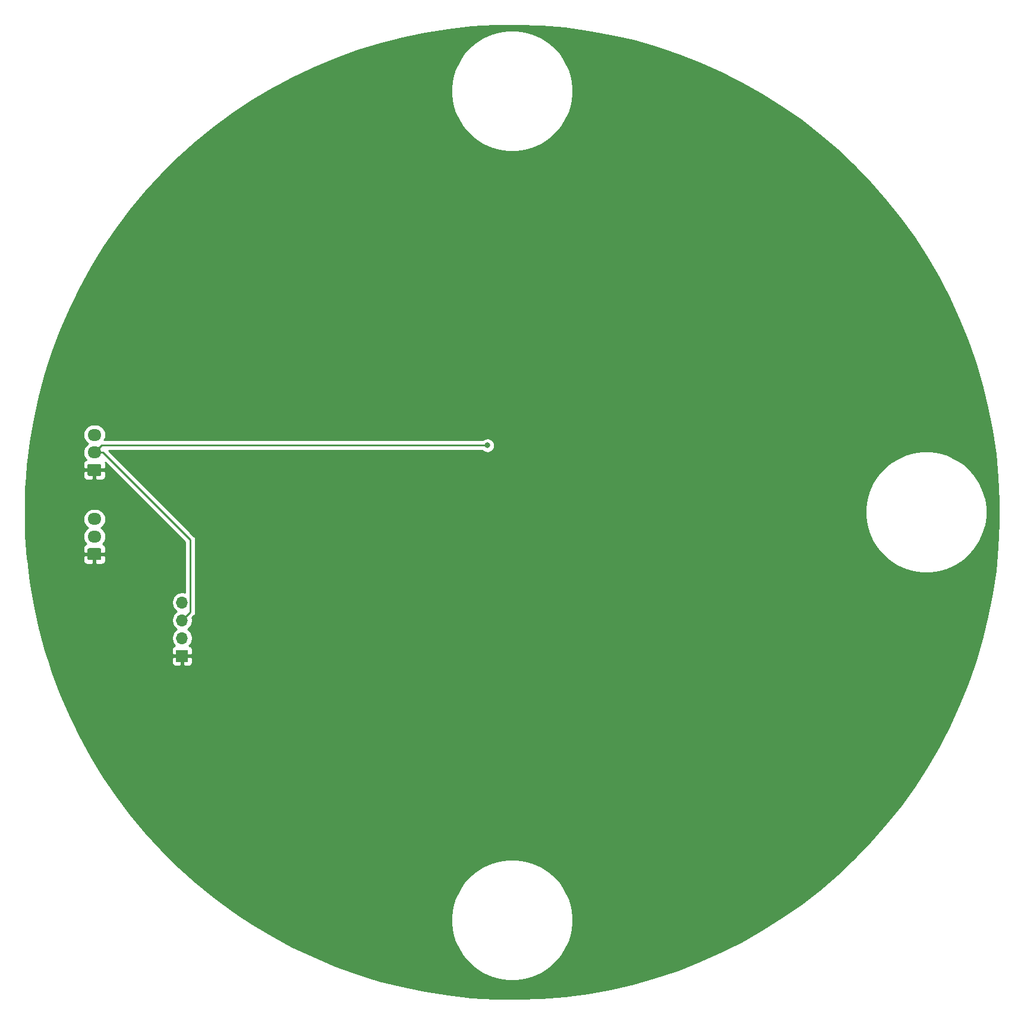
<source format=gbl>
G04 #@! TF.GenerationSoftware,KiCad,Pcbnew,5.1.5+dfsg1-2build2*
G04 #@! TF.CreationDate,2021-10-24T20:04:42+02:00*
G04 #@! TF.ProjectId,amepl_led,616d6570-6c5f-46c6-9564-2e6b69636164,rev?*
G04 #@! TF.SameCoordinates,Original*
G04 #@! TF.FileFunction,Copper,L2,Bot*
G04 #@! TF.FilePolarity,Positive*
%FSLAX46Y46*%
G04 Gerber Fmt 4.6, Leading zero omitted, Abs format (unit mm)*
G04 Created by KiCad (PCBNEW 5.1.5+dfsg1-2build2) date 2021-10-24 20:04:42*
%MOMM*%
%LPD*%
G04 APERTURE LIST*
%ADD10O,1.700000X1.700000*%
%ADD11R,1.700000X1.700000*%
%ADD12O,1.950000X1.700000*%
%ADD13C,0.100000*%
%ADD14C,0.600000*%
%ADD15C,0.800000*%
%ADD16C,0.250000*%
%ADD17C,0.254000*%
G04 APERTURE END LIST*
D10*
X103000000Y-162880000D03*
X103000000Y-165420000D03*
X103000000Y-167960000D03*
D11*
X103000000Y-170500000D03*
D12*
X90500000Y-151000000D03*
X90500000Y-153500000D03*
G04 #@! TA.AperFunction,ComponentPad*
D13*
G36*
X91249504Y-155151204D02*
G01*
X91273773Y-155154804D01*
X91297571Y-155160765D01*
X91320671Y-155169030D01*
X91342849Y-155179520D01*
X91363893Y-155192133D01*
X91383598Y-155206747D01*
X91401777Y-155223223D01*
X91418253Y-155241402D01*
X91432867Y-155261107D01*
X91445480Y-155282151D01*
X91455970Y-155304329D01*
X91464235Y-155327429D01*
X91470196Y-155351227D01*
X91473796Y-155375496D01*
X91475000Y-155400000D01*
X91475000Y-156600000D01*
X91473796Y-156624504D01*
X91470196Y-156648773D01*
X91464235Y-156672571D01*
X91455970Y-156695671D01*
X91445480Y-156717849D01*
X91432867Y-156738893D01*
X91418253Y-156758598D01*
X91401777Y-156776777D01*
X91383598Y-156793253D01*
X91363893Y-156807867D01*
X91342849Y-156820480D01*
X91320671Y-156830970D01*
X91297571Y-156839235D01*
X91273773Y-156845196D01*
X91249504Y-156848796D01*
X91225000Y-156850000D01*
X89775000Y-156850000D01*
X89750496Y-156848796D01*
X89726227Y-156845196D01*
X89702429Y-156839235D01*
X89679329Y-156830970D01*
X89657151Y-156820480D01*
X89636107Y-156807867D01*
X89616402Y-156793253D01*
X89598223Y-156776777D01*
X89581747Y-156758598D01*
X89567133Y-156738893D01*
X89554520Y-156717849D01*
X89544030Y-156695671D01*
X89535765Y-156672571D01*
X89529804Y-156648773D01*
X89526204Y-156624504D01*
X89525000Y-156600000D01*
X89525000Y-155400000D01*
X89526204Y-155375496D01*
X89529804Y-155351227D01*
X89535765Y-155327429D01*
X89544030Y-155304329D01*
X89554520Y-155282151D01*
X89567133Y-155261107D01*
X89581747Y-155241402D01*
X89598223Y-155223223D01*
X89616402Y-155206747D01*
X89636107Y-155192133D01*
X89657151Y-155179520D01*
X89679329Y-155169030D01*
X89702429Y-155160765D01*
X89726227Y-155154804D01*
X89750496Y-155151204D01*
X89775000Y-155150000D01*
X91225000Y-155150000D01*
X91249504Y-155151204D01*
G37*
G04 #@! TD.AperFunction*
G04 #@! TA.AperFunction,ComponentPad*
G36*
X91249504Y-143151204D02*
G01*
X91273773Y-143154804D01*
X91297571Y-143160765D01*
X91320671Y-143169030D01*
X91342849Y-143179520D01*
X91363893Y-143192133D01*
X91383598Y-143206747D01*
X91401777Y-143223223D01*
X91418253Y-143241402D01*
X91432867Y-143261107D01*
X91445480Y-143282151D01*
X91455970Y-143304329D01*
X91464235Y-143327429D01*
X91470196Y-143351227D01*
X91473796Y-143375496D01*
X91475000Y-143400000D01*
X91475000Y-144600000D01*
X91473796Y-144624504D01*
X91470196Y-144648773D01*
X91464235Y-144672571D01*
X91455970Y-144695671D01*
X91445480Y-144717849D01*
X91432867Y-144738893D01*
X91418253Y-144758598D01*
X91401777Y-144776777D01*
X91383598Y-144793253D01*
X91363893Y-144807867D01*
X91342849Y-144820480D01*
X91320671Y-144830970D01*
X91297571Y-144839235D01*
X91273773Y-144845196D01*
X91249504Y-144848796D01*
X91225000Y-144850000D01*
X89775000Y-144850000D01*
X89750496Y-144848796D01*
X89726227Y-144845196D01*
X89702429Y-144839235D01*
X89679329Y-144830970D01*
X89657151Y-144820480D01*
X89636107Y-144807867D01*
X89616402Y-144793253D01*
X89598223Y-144776777D01*
X89581747Y-144758598D01*
X89567133Y-144738893D01*
X89554520Y-144717849D01*
X89544030Y-144695671D01*
X89535765Y-144672571D01*
X89529804Y-144648773D01*
X89526204Y-144624504D01*
X89525000Y-144600000D01*
X89525000Y-143400000D01*
X89526204Y-143375496D01*
X89529804Y-143351227D01*
X89535765Y-143327429D01*
X89544030Y-143304329D01*
X89554520Y-143282151D01*
X89567133Y-143261107D01*
X89581747Y-143241402D01*
X89598223Y-143223223D01*
X89616402Y-143206747D01*
X89636107Y-143192133D01*
X89657151Y-143179520D01*
X89679329Y-143169030D01*
X89702429Y-143160765D01*
X89726227Y-143154804D01*
X89750496Y-143151204D01*
X89775000Y-143150000D01*
X91225000Y-143150000D01*
X91249504Y-143151204D01*
G37*
G04 #@! TD.AperFunction*
D12*
X90500000Y-141500000D03*
X90500000Y-139000000D03*
D14*
X142500000Y-141500000D03*
X152500000Y-141500000D03*
X152550000Y-152050000D03*
X142550000Y-152050000D03*
X132550000Y-152050000D03*
X122550000Y-152050000D03*
X101100000Y-148400000D03*
X112550000Y-142050000D03*
X112550000Y-132050000D03*
X112550000Y-122050000D03*
X122550000Y-112050000D03*
X122550000Y-122050000D03*
X132550000Y-112050000D03*
X142550000Y-112050000D03*
X152550000Y-112050000D03*
X162550000Y-112050000D03*
X172500000Y-112000000D03*
X172550000Y-122050000D03*
X162550000Y-122050000D03*
X152550000Y-122050000D03*
X142550000Y-122050000D03*
X131100000Y-123400000D03*
X122550000Y-132050000D03*
X132550000Y-132050000D03*
X141100000Y-133400000D03*
X152550000Y-132050000D03*
X162550000Y-132050000D03*
X171100000Y-133400000D03*
X182550000Y-132050000D03*
X181100000Y-123400000D03*
X192550000Y-146550000D03*
X182550000Y-142050000D03*
X162550000Y-142050000D03*
X162550000Y-152050000D03*
X172550000Y-152050000D03*
X182550000Y-152050000D03*
X182550000Y-162050000D03*
X172550000Y-162050000D03*
X162550000Y-162050000D03*
X152550000Y-162050000D03*
X142550000Y-162050000D03*
X132550000Y-162050000D03*
X122550000Y-162050000D03*
X112550000Y-162050000D03*
X112600000Y-172000000D03*
X122550000Y-172050000D03*
X132550000Y-172050000D03*
X142550000Y-172050000D03*
X122550000Y-182050000D03*
X132550000Y-182050000D03*
X142500000Y-182000000D03*
X152500000Y-182000000D03*
X162550000Y-182050000D03*
X172550000Y-182050000D03*
X147550000Y-192050000D03*
X182550000Y-172050000D03*
X172550000Y-171550000D03*
X162550000Y-172050000D03*
X152500000Y-172000000D03*
X132550000Y-141550000D03*
X122550000Y-141550000D03*
D15*
X172550000Y-142050000D03*
D14*
X112550000Y-152050000D03*
X147550000Y-102050000D03*
D15*
X146500000Y-140500000D03*
D16*
X91500000Y-140500000D02*
X90500000Y-141500000D01*
X146500000Y-140500000D02*
X91500000Y-140500000D01*
X91725000Y-141500000D02*
X90500000Y-141500000D01*
X104175001Y-153950001D02*
X91725000Y-141500000D01*
X104175001Y-164244999D02*
X104175001Y-153950001D01*
X103000000Y-165420000D02*
X104175001Y-164244999D01*
D17*
G36*
X154154724Y-80784584D02*
G01*
X157468470Y-81063380D01*
X160765037Y-81500733D01*
X164036845Y-82095637D01*
X167276368Y-82846722D01*
X170476154Y-83752263D01*
X173628845Y-84810175D01*
X176727188Y-86018026D01*
X179764058Y-87373037D01*
X182732470Y-88872093D01*
X185625596Y-90511745D01*
X188436782Y-92288221D01*
X191159562Y-94197437D01*
X193787674Y-96235000D01*
X196315073Y-98396225D01*
X198735945Y-100676139D01*
X201044724Y-103069501D01*
X203236098Y-105570803D01*
X205305027Y-108174295D01*
X207246753Y-110873987D01*
X209056809Y-113663670D01*
X210731033Y-116536928D01*
X212265574Y-119487152D01*
X213656902Y-122507556D01*
X214901817Y-125591194D01*
X215997455Y-128730973D01*
X216941298Y-131919671D01*
X217731173Y-135149955D01*
X218365264Y-138414394D01*
X218842113Y-141705481D01*
X219160623Y-145015645D01*
X219320062Y-148337274D01*
X219320062Y-151662726D01*
X219160623Y-154984355D01*
X218842113Y-158294519D01*
X218365264Y-161585606D01*
X217731173Y-164850045D01*
X216941298Y-168080329D01*
X215997455Y-171269027D01*
X214901817Y-174408806D01*
X213656902Y-177492444D01*
X212265574Y-180512848D01*
X210731033Y-183463072D01*
X209056809Y-186336330D01*
X207246753Y-189126013D01*
X205305027Y-191825705D01*
X203236098Y-194429197D01*
X201044724Y-196930499D01*
X198735945Y-199323861D01*
X196315073Y-201603775D01*
X193787674Y-203765000D01*
X191159562Y-205802563D01*
X188436782Y-207711779D01*
X185625596Y-209488255D01*
X182732470Y-211127907D01*
X179764058Y-212626963D01*
X176727188Y-213981974D01*
X173628845Y-215189825D01*
X170476154Y-216247737D01*
X167276368Y-217153278D01*
X164036845Y-217904363D01*
X160765037Y-218499267D01*
X157468470Y-218936620D01*
X154154724Y-219215416D01*
X150831423Y-219335015D01*
X147506209Y-219295141D01*
X144186731Y-219095886D01*
X140880624Y-218737709D01*
X137595492Y-218221432D01*
X134338890Y-217548244D01*
X131118310Y-216719693D01*
X127941158Y-215737684D01*
X124814742Y-214604476D01*
X121746253Y-213322677D01*
X118742748Y-211895233D01*
X115811136Y-210325428D01*
X112958160Y-208616872D01*
X111266376Y-207490122D01*
X141342116Y-207490122D01*
X141342116Y-208728570D01*
X141518365Y-209954413D01*
X141867276Y-211142695D01*
X142381746Y-212269227D01*
X143051302Y-213311076D01*
X143862313Y-214247033D01*
X144798270Y-215058044D01*
X145840119Y-215727600D01*
X146966651Y-216242070D01*
X148154933Y-216590981D01*
X149380776Y-216767230D01*
X150619224Y-216767230D01*
X151845067Y-216590981D01*
X153033349Y-216242070D01*
X154159881Y-215727600D01*
X155201730Y-215058044D01*
X156137687Y-214247033D01*
X156948698Y-213311076D01*
X157618254Y-212269227D01*
X158132724Y-211142695D01*
X158481635Y-209954413D01*
X158657884Y-208728570D01*
X158657884Y-207490122D01*
X158481635Y-206264279D01*
X158132724Y-205075997D01*
X157618254Y-203949465D01*
X156948698Y-202907616D01*
X156137687Y-201971659D01*
X155201730Y-201160648D01*
X154159881Y-200491092D01*
X153033349Y-199976622D01*
X151845067Y-199627711D01*
X150619224Y-199451462D01*
X149380776Y-199451462D01*
X148154933Y-199627711D01*
X146966651Y-199976622D01*
X145840119Y-200491092D01*
X144798270Y-201160648D01*
X143862313Y-201971659D01*
X143051302Y-202907616D01*
X142381746Y-203949465D01*
X141867276Y-205075997D01*
X141518365Y-206264279D01*
X141342116Y-207490122D01*
X111266376Y-207490122D01*
X110190381Y-206773496D01*
X107514165Y-204799539D01*
X104935669Y-202699541D01*
X102460821Y-200478333D01*
X100095316Y-198141023D01*
X97844592Y-195692987D01*
X95713828Y-193139855D01*
X93707924Y-190487501D01*
X91831493Y-187742024D01*
X90088852Y-184909739D01*
X88484008Y-181997161D01*
X87020653Y-179010988D01*
X85702152Y-175958089D01*
X84531539Y-172845486D01*
X84049589Y-171350000D01*
X101511928Y-171350000D01*
X101524188Y-171474482D01*
X101560498Y-171594180D01*
X101619463Y-171704494D01*
X101698815Y-171801185D01*
X101795506Y-171880537D01*
X101905820Y-171939502D01*
X102025518Y-171975812D01*
X102150000Y-171988072D01*
X102714250Y-171985000D01*
X102873000Y-171826250D01*
X102873000Y-170627000D01*
X103127000Y-170627000D01*
X103127000Y-171826250D01*
X103285750Y-171985000D01*
X103850000Y-171988072D01*
X103974482Y-171975812D01*
X104094180Y-171939502D01*
X104204494Y-171880537D01*
X104301185Y-171801185D01*
X104380537Y-171704494D01*
X104439502Y-171594180D01*
X104475812Y-171474482D01*
X104488072Y-171350000D01*
X104485000Y-170785750D01*
X104326250Y-170627000D01*
X103127000Y-170627000D01*
X102873000Y-170627000D01*
X101673750Y-170627000D01*
X101515000Y-170785750D01*
X101511928Y-171350000D01*
X84049589Y-171350000D01*
X83511505Y-169680337D01*
X82644397Y-166469923D01*
X81932209Y-163221627D01*
X81376579Y-159942921D01*
X81003925Y-156850000D01*
X88886928Y-156850000D01*
X88899188Y-156974482D01*
X88935498Y-157094180D01*
X88994463Y-157204494D01*
X89073815Y-157301185D01*
X89170506Y-157380537D01*
X89280820Y-157439502D01*
X89400518Y-157475812D01*
X89525000Y-157488072D01*
X90214250Y-157485000D01*
X90373000Y-157326250D01*
X90373000Y-156127000D01*
X90627000Y-156127000D01*
X90627000Y-157326250D01*
X90785750Y-157485000D01*
X91475000Y-157488072D01*
X91599482Y-157475812D01*
X91719180Y-157439502D01*
X91829494Y-157380537D01*
X91926185Y-157301185D01*
X92005537Y-157204494D01*
X92064502Y-157094180D01*
X92100812Y-156974482D01*
X92113072Y-156850000D01*
X92110000Y-156285750D01*
X91951250Y-156127000D01*
X90627000Y-156127000D01*
X90373000Y-156127000D01*
X89048750Y-156127000D01*
X88890000Y-156285750D01*
X88886928Y-156850000D01*
X81003925Y-156850000D01*
X80978785Y-156641347D01*
X80739742Y-153324497D01*
X80683987Y-151000000D01*
X88882815Y-151000000D01*
X88911487Y-151291111D01*
X88996401Y-151571034D01*
X89134294Y-151829014D01*
X89319866Y-152055134D01*
X89545986Y-152240706D01*
X89563374Y-152250000D01*
X89545986Y-152259294D01*
X89319866Y-152444866D01*
X89134294Y-152670986D01*
X88996401Y-152928966D01*
X88911487Y-153208889D01*
X88882815Y-153500000D01*
X88911487Y-153791111D01*
X88996401Y-154071034D01*
X89134294Y-154329014D01*
X89315608Y-154549945D01*
X89280820Y-154560498D01*
X89170506Y-154619463D01*
X89073815Y-154698815D01*
X88994463Y-154795506D01*
X88935498Y-154905820D01*
X88899188Y-155025518D01*
X88886928Y-155150000D01*
X88890000Y-155714250D01*
X89048750Y-155873000D01*
X90373000Y-155873000D01*
X90373000Y-155853000D01*
X90627000Y-155853000D01*
X90627000Y-155873000D01*
X91951250Y-155873000D01*
X92110000Y-155714250D01*
X92113072Y-155150000D01*
X92100812Y-155025518D01*
X92064502Y-154905820D01*
X92005537Y-154795506D01*
X91926185Y-154698815D01*
X91829494Y-154619463D01*
X91719180Y-154560498D01*
X91684392Y-154549945D01*
X91865706Y-154329014D01*
X92003599Y-154071034D01*
X92088513Y-153791111D01*
X92117185Y-153500000D01*
X92088513Y-153208889D01*
X92003599Y-152928966D01*
X91865706Y-152670986D01*
X91680134Y-152444866D01*
X91454014Y-152259294D01*
X91436626Y-152250000D01*
X91454014Y-152240706D01*
X91680134Y-152055134D01*
X91865706Y-151829014D01*
X92003599Y-151571034D01*
X92088513Y-151291111D01*
X92117185Y-151000000D01*
X92088513Y-150708889D01*
X92003599Y-150428966D01*
X91865706Y-150170986D01*
X91680134Y-149944866D01*
X91454014Y-149759294D01*
X91196034Y-149621401D01*
X90916111Y-149536487D01*
X90697950Y-149515000D01*
X90302050Y-149515000D01*
X90083889Y-149536487D01*
X89803966Y-149621401D01*
X89545986Y-149759294D01*
X89319866Y-149944866D01*
X89134294Y-150170986D01*
X88996401Y-150428966D01*
X88911487Y-150708889D01*
X88882815Y-151000000D01*
X80683987Y-151000000D01*
X80660000Y-150000000D01*
X80739742Y-146675503D01*
X80871304Y-144850000D01*
X88886928Y-144850000D01*
X88899188Y-144974482D01*
X88935498Y-145094180D01*
X88994463Y-145204494D01*
X89073815Y-145301185D01*
X89170506Y-145380537D01*
X89280820Y-145439502D01*
X89400518Y-145475812D01*
X89525000Y-145488072D01*
X90214250Y-145485000D01*
X90373000Y-145326250D01*
X90373000Y-144127000D01*
X90627000Y-144127000D01*
X90627000Y-145326250D01*
X90785750Y-145485000D01*
X91475000Y-145488072D01*
X91599482Y-145475812D01*
X91719180Y-145439502D01*
X91829494Y-145380537D01*
X91926185Y-145301185D01*
X92005537Y-145204494D01*
X92064502Y-145094180D01*
X92100812Y-144974482D01*
X92113072Y-144850000D01*
X92110000Y-144285750D01*
X91951250Y-144127000D01*
X90627000Y-144127000D01*
X90373000Y-144127000D01*
X89048750Y-144127000D01*
X88890000Y-144285750D01*
X88886928Y-144850000D01*
X80871304Y-144850000D01*
X80978785Y-143358653D01*
X81376579Y-140057079D01*
X81555718Y-139000000D01*
X88882815Y-139000000D01*
X88911487Y-139291111D01*
X88996401Y-139571034D01*
X89134294Y-139829014D01*
X89319866Y-140055134D01*
X89545986Y-140240706D01*
X89563374Y-140250000D01*
X89545986Y-140259294D01*
X89319866Y-140444866D01*
X89134294Y-140670986D01*
X88996401Y-140928966D01*
X88911487Y-141208889D01*
X88882815Y-141500000D01*
X88911487Y-141791111D01*
X88996401Y-142071034D01*
X89134294Y-142329014D01*
X89315608Y-142549945D01*
X89280820Y-142560498D01*
X89170506Y-142619463D01*
X89073815Y-142698815D01*
X88994463Y-142795506D01*
X88935498Y-142905820D01*
X88899188Y-143025518D01*
X88886928Y-143150000D01*
X88890000Y-143714250D01*
X89048750Y-143873000D01*
X90373000Y-143873000D01*
X90373000Y-143853000D01*
X90627000Y-143853000D01*
X90627000Y-143873000D01*
X91951250Y-143873000D01*
X92110000Y-143714250D01*
X92113072Y-143150000D01*
X92100812Y-143025518D01*
X92068196Y-142917997D01*
X103415002Y-154264804D01*
X103415001Y-161448456D01*
X103146260Y-161395000D01*
X102853740Y-161395000D01*
X102566842Y-161452068D01*
X102296589Y-161564010D01*
X102053368Y-161726525D01*
X101846525Y-161933368D01*
X101684010Y-162176589D01*
X101572068Y-162446842D01*
X101515000Y-162733740D01*
X101515000Y-163026260D01*
X101572068Y-163313158D01*
X101684010Y-163583411D01*
X101846525Y-163826632D01*
X102053368Y-164033475D01*
X102227760Y-164150000D01*
X102053368Y-164266525D01*
X101846525Y-164473368D01*
X101684010Y-164716589D01*
X101572068Y-164986842D01*
X101515000Y-165273740D01*
X101515000Y-165566260D01*
X101572068Y-165853158D01*
X101684010Y-166123411D01*
X101846525Y-166366632D01*
X102053368Y-166573475D01*
X102227760Y-166690000D01*
X102053368Y-166806525D01*
X101846525Y-167013368D01*
X101684010Y-167256589D01*
X101572068Y-167526842D01*
X101515000Y-167813740D01*
X101515000Y-168106260D01*
X101572068Y-168393158D01*
X101684010Y-168663411D01*
X101846525Y-168906632D01*
X101978380Y-169038487D01*
X101905820Y-169060498D01*
X101795506Y-169119463D01*
X101698815Y-169198815D01*
X101619463Y-169295506D01*
X101560498Y-169405820D01*
X101524188Y-169525518D01*
X101511928Y-169650000D01*
X101515000Y-170214250D01*
X101673750Y-170373000D01*
X102873000Y-170373000D01*
X102873000Y-170353000D01*
X103127000Y-170353000D01*
X103127000Y-170373000D01*
X104326250Y-170373000D01*
X104485000Y-170214250D01*
X104488072Y-169650000D01*
X104475812Y-169525518D01*
X104439502Y-169405820D01*
X104380537Y-169295506D01*
X104301185Y-169198815D01*
X104204494Y-169119463D01*
X104094180Y-169060498D01*
X104021620Y-169038487D01*
X104153475Y-168906632D01*
X104315990Y-168663411D01*
X104427932Y-168393158D01*
X104485000Y-168106260D01*
X104485000Y-167813740D01*
X104427932Y-167526842D01*
X104315990Y-167256589D01*
X104153475Y-167013368D01*
X103946632Y-166806525D01*
X103772240Y-166690000D01*
X103946632Y-166573475D01*
X104153475Y-166366632D01*
X104315990Y-166123411D01*
X104427932Y-165853158D01*
X104485000Y-165566260D01*
X104485000Y-165273740D01*
X104441210Y-165053592D01*
X104686005Y-164808797D01*
X104715002Y-164785000D01*
X104809975Y-164669275D01*
X104880547Y-164537246D01*
X104924004Y-164393985D01*
X104935001Y-164282332D01*
X104935001Y-164282323D01*
X104938677Y-164245000D01*
X104935001Y-164207677D01*
X104935001Y-153987323D01*
X104938677Y-153950000D01*
X104935001Y-153912677D01*
X104935001Y-153912668D01*
X104924004Y-153801015D01*
X104880547Y-153657754D01*
X104809975Y-153525725D01*
X104715002Y-153410000D01*
X104686004Y-153386202D01*
X100680578Y-149380776D01*
X200342116Y-149380776D01*
X200342116Y-150619224D01*
X200518365Y-151845067D01*
X200867276Y-153033349D01*
X201381746Y-154159881D01*
X202051302Y-155201730D01*
X202862313Y-156137687D01*
X203798270Y-156948698D01*
X204840119Y-157618254D01*
X205966651Y-158132724D01*
X207154933Y-158481635D01*
X208380776Y-158657884D01*
X209619224Y-158657884D01*
X210845067Y-158481635D01*
X212033349Y-158132724D01*
X213159881Y-157618254D01*
X214201730Y-156948698D01*
X215137687Y-156137687D01*
X215948698Y-155201730D01*
X216618254Y-154159881D01*
X217132724Y-153033349D01*
X217481635Y-151845067D01*
X217657884Y-150619224D01*
X217657884Y-149380776D01*
X217481635Y-148154933D01*
X217132724Y-146966651D01*
X216618254Y-145840119D01*
X215948698Y-144798270D01*
X215137687Y-143862313D01*
X214201730Y-143051302D01*
X213159881Y-142381746D01*
X212033349Y-141867276D01*
X210845067Y-141518365D01*
X209619224Y-141342116D01*
X208380776Y-141342116D01*
X207154933Y-141518365D01*
X205966651Y-141867276D01*
X204840119Y-142381746D01*
X203798270Y-143051302D01*
X202862313Y-143862313D01*
X202051302Y-144798270D01*
X201381746Y-145840119D01*
X200867276Y-146966651D01*
X200518365Y-148154933D01*
X200342116Y-149380776D01*
X100680578Y-149380776D01*
X92559801Y-141260000D01*
X145796289Y-141260000D01*
X145840226Y-141303937D01*
X146009744Y-141417205D01*
X146198102Y-141495226D01*
X146398061Y-141535000D01*
X146601939Y-141535000D01*
X146801898Y-141495226D01*
X146990256Y-141417205D01*
X147159774Y-141303937D01*
X147303937Y-141159774D01*
X147417205Y-140990256D01*
X147495226Y-140801898D01*
X147535000Y-140601939D01*
X147535000Y-140398061D01*
X147495226Y-140198102D01*
X147417205Y-140009744D01*
X147303937Y-139840226D01*
X147159774Y-139696063D01*
X146990256Y-139582795D01*
X146801898Y-139504774D01*
X146601939Y-139465000D01*
X146398061Y-139465000D01*
X146198102Y-139504774D01*
X146009744Y-139582795D01*
X145840226Y-139696063D01*
X145796289Y-139740000D01*
X91913285Y-139740000D01*
X92003599Y-139571034D01*
X92088513Y-139291111D01*
X92117185Y-139000000D01*
X92088513Y-138708889D01*
X92003599Y-138428966D01*
X91865706Y-138170986D01*
X91680134Y-137944866D01*
X91454014Y-137759294D01*
X91196034Y-137621401D01*
X90916111Y-137536487D01*
X90697950Y-137515000D01*
X90302050Y-137515000D01*
X90083889Y-137536487D01*
X89803966Y-137621401D01*
X89545986Y-137759294D01*
X89319866Y-137944866D01*
X89134294Y-138170986D01*
X88996401Y-138428966D01*
X88911487Y-138708889D01*
X88882815Y-139000000D01*
X81555718Y-139000000D01*
X81932209Y-136778373D01*
X82644397Y-133530077D01*
X83511505Y-130319663D01*
X84531539Y-127154514D01*
X85702152Y-124041911D01*
X87020653Y-120989012D01*
X88484008Y-118002839D01*
X90088852Y-115090261D01*
X91831493Y-112257976D01*
X93707924Y-109512499D01*
X95713828Y-106860145D01*
X97844592Y-104307013D01*
X100095316Y-101858977D01*
X102460821Y-99521667D01*
X104935669Y-97300459D01*
X107514165Y-95200461D01*
X110190381Y-93226504D01*
X112958160Y-91383128D01*
X115811136Y-89674572D01*
X116359800Y-89380776D01*
X141342116Y-89380776D01*
X141342116Y-90619224D01*
X141518365Y-91845067D01*
X141867276Y-93033349D01*
X142381746Y-94159881D01*
X143051302Y-95201730D01*
X143862313Y-96137687D01*
X144798270Y-96948698D01*
X145840119Y-97618254D01*
X146966651Y-98132724D01*
X148154933Y-98481635D01*
X149380776Y-98657884D01*
X150619224Y-98657884D01*
X151845067Y-98481635D01*
X153033349Y-98132724D01*
X154159881Y-97618254D01*
X155201730Y-96948698D01*
X156137687Y-96137687D01*
X156948698Y-95201730D01*
X157618254Y-94159881D01*
X158132724Y-93033349D01*
X158481635Y-91845067D01*
X158657884Y-90619224D01*
X158657884Y-89380776D01*
X158481635Y-88154933D01*
X158132724Y-86966651D01*
X157618254Y-85840119D01*
X156948698Y-84798270D01*
X156137687Y-83862313D01*
X155201730Y-83051302D01*
X154159881Y-82381746D01*
X153033349Y-81867276D01*
X151845067Y-81518365D01*
X150619224Y-81342116D01*
X149380776Y-81342116D01*
X148154933Y-81518365D01*
X146966651Y-81867276D01*
X145840119Y-82381746D01*
X144798270Y-83051302D01*
X143862313Y-83862313D01*
X143051302Y-84798270D01*
X142381746Y-85840119D01*
X141867276Y-86966651D01*
X141518365Y-88154933D01*
X141342116Y-89380776D01*
X116359800Y-89380776D01*
X118742748Y-88104767D01*
X121746253Y-86677323D01*
X124814742Y-85395524D01*
X127941158Y-84262316D01*
X131118310Y-83280307D01*
X134338890Y-82451756D01*
X137595492Y-81778568D01*
X140880624Y-81262291D01*
X144186731Y-80904114D01*
X147506209Y-80704859D01*
X150831423Y-80664985D01*
X154154724Y-80784584D01*
G37*
X154154724Y-80784584D02*
X157468470Y-81063380D01*
X160765037Y-81500733D01*
X164036845Y-82095637D01*
X167276368Y-82846722D01*
X170476154Y-83752263D01*
X173628845Y-84810175D01*
X176727188Y-86018026D01*
X179764058Y-87373037D01*
X182732470Y-88872093D01*
X185625596Y-90511745D01*
X188436782Y-92288221D01*
X191159562Y-94197437D01*
X193787674Y-96235000D01*
X196315073Y-98396225D01*
X198735945Y-100676139D01*
X201044724Y-103069501D01*
X203236098Y-105570803D01*
X205305027Y-108174295D01*
X207246753Y-110873987D01*
X209056809Y-113663670D01*
X210731033Y-116536928D01*
X212265574Y-119487152D01*
X213656902Y-122507556D01*
X214901817Y-125591194D01*
X215997455Y-128730973D01*
X216941298Y-131919671D01*
X217731173Y-135149955D01*
X218365264Y-138414394D01*
X218842113Y-141705481D01*
X219160623Y-145015645D01*
X219320062Y-148337274D01*
X219320062Y-151662726D01*
X219160623Y-154984355D01*
X218842113Y-158294519D01*
X218365264Y-161585606D01*
X217731173Y-164850045D01*
X216941298Y-168080329D01*
X215997455Y-171269027D01*
X214901817Y-174408806D01*
X213656902Y-177492444D01*
X212265574Y-180512848D01*
X210731033Y-183463072D01*
X209056809Y-186336330D01*
X207246753Y-189126013D01*
X205305027Y-191825705D01*
X203236098Y-194429197D01*
X201044724Y-196930499D01*
X198735945Y-199323861D01*
X196315073Y-201603775D01*
X193787674Y-203765000D01*
X191159562Y-205802563D01*
X188436782Y-207711779D01*
X185625596Y-209488255D01*
X182732470Y-211127907D01*
X179764058Y-212626963D01*
X176727188Y-213981974D01*
X173628845Y-215189825D01*
X170476154Y-216247737D01*
X167276368Y-217153278D01*
X164036845Y-217904363D01*
X160765037Y-218499267D01*
X157468470Y-218936620D01*
X154154724Y-219215416D01*
X150831423Y-219335015D01*
X147506209Y-219295141D01*
X144186731Y-219095886D01*
X140880624Y-218737709D01*
X137595492Y-218221432D01*
X134338890Y-217548244D01*
X131118310Y-216719693D01*
X127941158Y-215737684D01*
X124814742Y-214604476D01*
X121746253Y-213322677D01*
X118742748Y-211895233D01*
X115811136Y-210325428D01*
X112958160Y-208616872D01*
X111266376Y-207490122D01*
X141342116Y-207490122D01*
X141342116Y-208728570D01*
X141518365Y-209954413D01*
X141867276Y-211142695D01*
X142381746Y-212269227D01*
X143051302Y-213311076D01*
X143862313Y-214247033D01*
X144798270Y-215058044D01*
X145840119Y-215727600D01*
X146966651Y-216242070D01*
X148154933Y-216590981D01*
X149380776Y-216767230D01*
X150619224Y-216767230D01*
X151845067Y-216590981D01*
X153033349Y-216242070D01*
X154159881Y-215727600D01*
X155201730Y-215058044D01*
X156137687Y-214247033D01*
X156948698Y-213311076D01*
X157618254Y-212269227D01*
X158132724Y-211142695D01*
X158481635Y-209954413D01*
X158657884Y-208728570D01*
X158657884Y-207490122D01*
X158481635Y-206264279D01*
X158132724Y-205075997D01*
X157618254Y-203949465D01*
X156948698Y-202907616D01*
X156137687Y-201971659D01*
X155201730Y-201160648D01*
X154159881Y-200491092D01*
X153033349Y-199976622D01*
X151845067Y-199627711D01*
X150619224Y-199451462D01*
X149380776Y-199451462D01*
X148154933Y-199627711D01*
X146966651Y-199976622D01*
X145840119Y-200491092D01*
X144798270Y-201160648D01*
X143862313Y-201971659D01*
X143051302Y-202907616D01*
X142381746Y-203949465D01*
X141867276Y-205075997D01*
X141518365Y-206264279D01*
X141342116Y-207490122D01*
X111266376Y-207490122D01*
X110190381Y-206773496D01*
X107514165Y-204799539D01*
X104935669Y-202699541D01*
X102460821Y-200478333D01*
X100095316Y-198141023D01*
X97844592Y-195692987D01*
X95713828Y-193139855D01*
X93707924Y-190487501D01*
X91831493Y-187742024D01*
X90088852Y-184909739D01*
X88484008Y-181997161D01*
X87020653Y-179010988D01*
X85702152Y-175958089D01*
X84531539Y-172845486D01*
X84049589Y-171350000D01*
X101511928Y-171350000D01*
X101524188Y-171474482D01*
X101560498Y-171594180D01*
X101619463Y-171704494D01*
X101698815Y-171801185D01*
X101795506Y-171880537D01*
X101905820Y-171939502D01*
X102025518Y-171975812D01*
X102150000Y-171988072D01*
X102714250Y-171985000D01*
X102873000Y-171826250D01*
X102873000Y-170627000D01*
X103127000Y-170627000D01*
X103127000Y-171826250D01*
X103285750Y-171985000D01*
X103850000Y-171988072D01*
X103974482Y-171975812D01*
X104094180Y-171939502D01*
X104204494Y-171880537D01*
X104301185Y-171801185D01*
X104380537Y-171704494D01*
X104439502Y-171594180D01*
X104475812Y-171474482D01*
X104488072Y-171350000D01*
X104485000Y-170785750D01*
X104326250Y-170627000D01*
X103127000Y-170627000D01*
X102873000Y-170627000D01*
X101673750Y-170627000D01*
X101515000Y-170785750D01*
X101511928Y-171350000D01*
X84049589Y-171350000D01*
X83511505Y-169680337D01*
X82644397Y-166469923D01*
X81932209Y-163221627D01*
X81376579Y-159942921D01*
X81003925Y-156850000D01*
X88886928Y-156850000D01*
X88899188Y-156974482D01*
X88935498Y-157094180D01*
X88994463Y-157204494D01*
X89073815Y-157301185D01*
X89170506Y-157380537D01*
X89280820Y-157439502D01*
X89400518Y-157475812D01*
X89525000Y-157488072D01*
X90214250Y-157485000D01*
X90373000Y-157326250D01*
X90373000Y-156127000D01*
X90627000Y-156127000D01*
X90627000Y-157326250D01*
X90785750Y-157485000D01*
X91475000Y-157488072D01*
X91599482Y-157475812D01*
X91719180Y-157439502D01*
X91829494Y-157380537D01*
X91926185Y-157301185D01*
X92005537Y-157204494D01*
X92064502Y-157094180D01*
X92100812Y-156974482D01*
X92113072Y-156850000D01*
X92110000Y-156285750D01*
X91951250Y-156127000D01*
X90627000Y-156127000D01*
X90373000Y-156127000D01*
X89048750Y-156127000D01*
X88890000Y-156285750D01*
X88886928Y-156850000D01*
X81003925Y-156850000D01*
X80978785Y-156641347D01*
X80739742Y-153324497D01*
X80683987Y-151000000D01*
X88882815Y-151000000D01*
X88911487Y-151291111D01*
X88996401Y-151571034D01*
X89134294Y-151829014D01*
X89319866Y-152055134D01*
X89545986Y-152240706D01*
X89563374Y-152250000D01*
X89545986Y-152259294D01*
X89319866Y-152444866D01*
X89134294Y-152670986D01*
X88996401Y-152928966D01*
X88911487Y-153208889D01*
X88882815Y-153500000D01*
X88911487Y-153791111D01*
X88996401Y-154071034D01*
X89134294Y-154329014D01*
X89315608Y-154549945D01*
X89280820Y-154560498D01*
X89170506Y-154619463D01*
X89073815Y-154698815D01*
X88994463Y-154795506D01*
X88935498Y-154905820D01*
X88899188Y-155025518D01*
X88886928Y-155150000D01*
X88890000Y-155714250D01*
X89048750Y-155873000D01*
X90373000Y-155873000D01*
X90373000Y-155853000D01*
X90627000Y-155853000D01*
X90627000Y-155873000D01*
X91951250Y-155873000D01*
X92110000Y-155714250D01*
X92113072Y-155150000D01*
X92100812Y-155025518D01*
X92064502Y-154905820D01*
X92005537Y-154795506D01*
X91926185Y-154698815D01*
X91829494Y-154619463D01*
X91719180Y-154560498D01*
X91684392Y-154549945D01*
X91865706Y-154329014D01*
X92003599Y-154071034D01*
X92088513Y-153791111D01*
X92117185Y-153500000D01*
X92088513Y-153208889D01*
X92003599Y-152928966D01*
X91865706Y-152670986D01*
X91680134Y-152444866D01*
X91454014Y-152259294D01*
X91436626Y-152250000D01*
X91454014Y-152240706D01*
X91680134Y-152055134D01*
X91865706Y-151829014D01*
X92003599Y-151571034D01*
X92088513Y-151291111D01*
X92117185Y-151000000D01*
X92088513Y-150708889D01*
X92003599Y-150428966D01*
X91865706Y-150170986D01*
X91680134Y-149944866D01*
X91454014Y-149759294D01*
X91196034Y-149621401D01*
X90916111Y-149536487D01*
X90697950Y-149515000D01*
X90302050Y-149515000D01*
X90083889Y-149536487D01*
X89803966Y-149621401D01*
X89545986Y-149759294D01*
X89319866Y-149944866D01*
X89134294Y-150170986D01*
X88996401Y-150428966D01*
X88911487Y-150708889D01*
X88882815Y-151000000D01*
X80683987Y-151000000D01*
X80660000Y-150000000D01*
X80739742Y-146675503D01*
X80871304Y-144850000D01*
X88886928Y-144850000D01*
X88899188Y-144974482D01*
X88935498Y-145094180D01*
X88994463Y-145204494D01*
X89073815Y-145301185D01*
X89170506Y-145380537D01*
X89280820Y-145439502D01*
X89400518Y-145475812D01*
X89525000Y-145488072D01*
X90214250Y-145485000D01*
X90373000Y-145326250D01*
X90373000Y-144127000D01*
X90627000Y-144127000D01*
X90627000Y-145326250D01*
X90785750Y-145485000D01*
X91475000Y-145488072D01*
X91599482Y-145475812D01*
X91719180Y-145439502D01*
X91829494Y-145380537D01*
X91926185Y-145301185D01*
X92005537Y-145204494D01*
X92064502Y-145094180D01*
X92100812Y-144974482D01*
X92113072Y-144850000D01*
X92110000Y-144285750D01*
X91951250Y-144127000D01*
X90627000Y-144127000D01*
X90373000Y-144127000D01*
X89048750Y-144127000D01*
X88890000Y-144285750D01*
X88886928Y-144850000D01*
X80871304Y-144850000D01*
X80978785Y-143358653D01*
X81376579Y-140057079D01*
X81555718Y-139000000D01*
X88882815Y-139000000D01*
X88911487Y-139291111D01*
X88996401Y-139571034D01*
X89134294Y-139829014D01*
X89319866Y-140055134D01*
X89545986Y-140240706D01*
X89563374Y-140250000D01*
X89545986Y-140259294D01*
X89319866Y-140444866D01*
X89134294Y-140670986D01*
X88996401Y-140928966D01*
X88911487Y-141208889D01*
X88882815Y-141500000D01*
X88911487Y-141791111D01*
X88996401Y-142071034D01*
X89134294Y-142329014D01*
X89315608Y-142549945D01*
X89280820Y-142560498D01*
X89170506Y-142619463D01*
X89073815Y-142698815D01*
X88994463Y-142795506D01*
X88935498Y-142905820D01*
X88899188Y-143025518D01*
X88886928Y-143150000D01*
X88890000Y-143714250D01*
X89048750Y-143873000D01*
X90373000Y-143873000D01*
X90373000Y-143853000D01*
X90627000Y-143853000D01*
X90627000Y-143873000D01*
X91951250Y-143873000D01*
X92110000Y-143714250D01*
X92113072Y-143150000D01*
X92100812Y-143025518D01*
X92068196Y-142917997D01*
X103415002Y-154264804D01*
X103415001Y-161448456D01*
X103146260Y-161395000D01*
X102853740Y-161395000D01*
X102566842Y-161452068D01*
X102296589Y-161564010D01*
X102053368Y-161726525D01*
X101846525Y-161933368D01*
X101684010Y-162176589D01*
X101572068Y-162446842D01*
X101515000Y-162733740D01*
X101515000Y-163026260D01*
X101572068Y-163313158D01*
X101684010Y-163583411D01*
X101846525Y-163826632D01*
X102053368Y-164033475D01*
X102227760Y-164150000D01*
X102053368Y-164266525D01*
X101846525Y-164473368D01*
X101684010Y-164716589D01*
X101572068Y-164986842D01*
X101515000Y-165273740D01*
X101515000Y-165566260D01*
X101572068Y-165853158D01*
X101684010Y-166123411D01*
X101846525Y-166366632D01*
X102053368Y-166573475D01*
X102227760Y-166690000D01*
X102053368Y-166806525D01*
X101846525Y-167013368D01*
X101684010Y-167256589D01*
X101572068Y-167526842D01*
X101515000Y-167813740D01*
X101515000Y-168106260D01*
X101572068Y-168393158D01*
X101684010Y-168663411D01*
X101846525Y-168906632D01*
X101978380Y-169038487D01*
X101905820Y-169060498D01*
X101795506Y-169119463D01*
X101698815Y-169198815D01*
X101619463Y-169295506D01*
X101560498Y-169405820D01*
X101524188Y-169525518D01*
X101511928Y-169650000D01*
X101515000Y-170214250D01*
X101673750Y-170373000D01*
X102873000Y-170373000D01*
X102873000Y-170353000D01*
X103127000Y-170353000D01*
X103127000Y-170373000D01*
X104326250Y-170373000D01*
X104485000Y-170214250D01*
X104488072Y-169650000D01*
X104475812Y-169525518D01*
X104439502Y-169405820D01*
X104380537Y-169295506D01*
X104301185Y-169198815D01*
X104204494Y-169119463D01*
X104094180Y-169060498D01*
X104021620Y-169038487D01*
X104153475Y-168906632D01*
X104315990Y-168663411D01*
X104427932Y-168393158D01*
X104485000Y-168106260D01*
X104485000Y-167813740D01*
X104427932Y-167526842D01*
X104315990Y-167256589D01*
X104153475Y-167013368D01*
X103946632Y-166806525D01*
X103772240Y-166690000D01*
X103946632Y-166573475D01*
X104153475Y-166366632D01*
X104315990Y-166123411D01*
X104427932Y-165853158D01*
X104485000Y-165566260D01*
X104485000Y-165273740D01*
X104441210Y-165053592D01*
X104686005Y-164808797D01*
X104715002Y-164785000D01*
X104809975Y-164669275D01*
X104880547Y-164537246D01*
X104924004Y-164393985D01*
X104935001Y-164282332D01*
X104935001Y-164282323D01*
X104938677Y-164245000D01*
X104935001Y-164207677D01*
X104935001Y-153987323D01*
X104938677Y-153950000D01*
X104935001Y-153912677D01*
X104935001Y-153912668D01*
X104924004Y-153801015D01*
X104880547Y-153657754D01*
X104809975Y-153525725D01*
X104715002Y-153410000D01*
X104686004Y-153386202D01*
X100680578Y-149380776D01*
X200342116Y-149380776D01*
X200342116Y-150619224D01*
X200518365Y-151845067D01*
X200867276Y-153033349D01*
X201381746Y-154159881D01*
X202051302Y-155201730D01*
X202862313Y-156137687D01*
X203798270Y-156948698D01*
X204840119Y-157618254D01*
X205966651Y-158132724D01*
X207154933Y-158481635D01*
X208380776Y-158657884D01*
X209619224Y-158657884D01*
X210845067Y-158481635D01*
X212033349Y-158132724D01*
X213159881Y-157618254D01*
X214201730Y-156948698D01*
X215137687Y-156137687D01*
X215948698Y-155201730D01*
X216618254Y-154159881D01*
X217132724Y-153033349D01*
X217481635Y-151845067D01*
X217657884Y-150619224D01*
X217657884Y-149380776D01*
X217481635Y-148154933D01*
X217132724Y-146966651D01*
X216618254Y-145840119D01*
X215948698Y-144798270D01*
X215137687Y-143862313D01*
X214201730Y-143051302D01*
X213159881Y-142381746D01*
X212033349Y-141867276D01*
X210845067Y-141518365D01*
X209619224Y-141342116D01*
X208380776Y-141342116D01*
X207154933Y-141518365D01*
X205966651Y-141867276D01*
X204840119Y-142381746D01*
X203798270Y-143051302D01*
X202862313Y-143862313D01*
X202051302Y-144798270D01*
X201381746Y-145840119D01*
X200867276Y-146966651D01*
X200518365Y-148154933D01*
X200342116Y-149380776D01*
X100680578Y-149380776D01*
X92559801Y-141260000D01*
X145796289Y-141260000D01*
X145840226Y-141303937D01*
X146009744Y-141417205D01*
X146198102Y-141495226D01*
X146398061Y-141535000D01*
X146601939Y-141535000D01*
X146801898Y-141495226D01*
X146990256Y-141417205D01*
X147159774Y-141303937D01*
X147303937Y-141159774D01*
X147417205Y-140990256D01*
X147495226Y-140801898D01*
X147535000Y-140601939D01*
X147535000Y-140398061D01*
X147495226Y-140198102D01*
X147417205Y-140009744D01*
X147303937Y-139840226D01*
X147159774Y-139696063D01*
X146990256Y-139582795D01*
X146801898Y-139504774D01*
X146601939Y-139465000D01*
X146398061Y-139465000D01*
X146198102Y-139504774D01*
X146009744Y-139582795D01*
X145840226Y-139696063D01*
X145796289Y-139740000D01*
X91913285Y-139740000D01*
X92003599Y-139571034D01*
X92088513Y-139291111D01*
X92117185Y-139000000D01*
X92088513Y-138708889D01*
X92003599Y-138428966D01*
X91865706Y-138170986D01*
X91680134Y-137944866D01*
X91454014Y-137759294D01*
X91196034Y-137621401D01*
X90916111Y-137536487D01*
X90697950Y-137515000D01*
X90302050Y-137515000D01*
X90083889Y-137536487D01*
X89803966Y-137621401D01*
X89545986Y-137759294D01*
X89319866Y-137944866D01*
X89134294Y-138170986D01*
X88996401Y-138428966D01*
X88911487Y-138708889D01*
X88882815Y-139000000D01*
X81555718Y-139000000D01*
X81932209Y-136778373D01*
X82644397Y-133530077D01*
X83511505Y-130319663D01*
X84531539Y-127154514D01*
X85702152Y-124041911D01*
X87020653Y-120989012D01*
X88484008Y-118002839D01*
X90088852Y-115090261D01*
X91831493Y-112257976D01*
X93707924Y-109512499D01*
X95713828Y-106860145D01*
X97844592Y-104307013D01*
X100095316Y-101858977D01*
X102460821Y-99521667D01*
X104935669Y-97300459D01*
X107514165Y-95200461D01*
X110190381Y-93226504D01*
X112958160Y-91383128D01*
X115811136Y-89674572D01*
X116359800Y-89380776D01*
X141342116Y-89380776D01*
X141342116Y-90619224D01*
X141518365Y-91845067D01*
X141867276Y-93033349D01*
X142381746Y-94159881D01*
X143051302Y-95201730D01*
X143862313Y-96137687D01*
X144798270Y-96948698D01*
X145840119Y-97618254D01*
X146966651Y-98132724D01*
X148154933Y-98481635D01*
X149380776Y-98657884D01*
X150619224Y-98657884D01*
X151845067Y-98481635D01*
X153033349Y-98132724D01*
X154159881Y-97618254D01*
X155201730Y-96948698D01*
X156137687Y-96137687D01*
X156948698Y-95201730D01*
X157618254Y-94159881D01*
X158132724Y-93033349D01*
X158481635Y-91845067D01*
X158657884Y-90619224D01*
X158657884Y-89380776D01*
X158481635Y-88154933D01*
X158132724Y-86966651D01*
X157618254Y-85840119D01*
X156948698Y-84798270D01*
X156137687Y-83862313D01*
X155201730Y-83051302D01*
X154159881Y-82381746D01*
X153033349Y-81867276D01*
X151845067Y-81518365D01*
X150619224Y-81342116D01*
X149380776Y-81342116D01*
X148154933Y-81518365D01*
X146966651Y-81867276D01*
X145840119Y-82381746D01*
X144798270Y-83051302D01*
X143862313Y-83862313D01*
X143051302Y-84798270D01*
X142381746Y-85840119D01*
X141867276Y-86966651D01*
X141518365Y-88154933D01*
X141342116Y-89380776D01*
X116359800Y-89380776D01*
X118742748Y-88104767D01*
X121746253Y-86677323D01*
X124814742Y-85395524D01*
X127941158Y-84262316D01*
X131118310Y-83280307D01*
X134338890Y-82451756D01*
X137595492Y-81778568D01*
X140880624Y-81262291D01*
X144186731Y-80904114D01*
X147506209Y-80704859D01*
X150831423Y-80664985D01*
X154154724Y-80784584D01*
M02*

</source>
